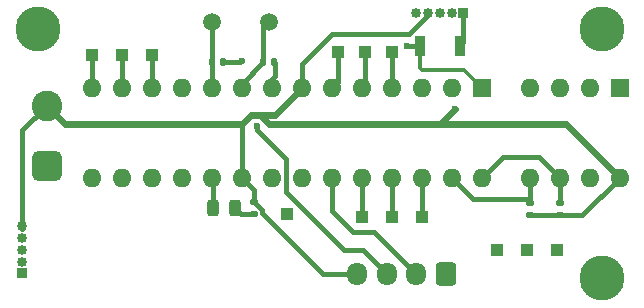
<source format=gbr>
%TF.GenerationSoftware,KiCad,Pcbnew,(6.0.8)*%
%TF.CreationDate,2023-02-17T12:02:06-05:00*%
%TF.ProjectId,Amicro_tst,416d6963-726f-45f7-9473-742e6b696361,rev?*%
%TF.SameCoordinates,Original*%
%TF.FileFunction,Copper,L1,Top*%
%TF.FilePolarity,Positive*%
%FSLAX46Y46*%
G04 Gerber Fmt 4.6, Leading zero omitted, Abs format (unit mm)*
G04 Created by KiCad (PCBNEW (6.0.8)) date 2023-02-17 12:02:06*
%MOMM*%
%LPD*%
G01*
G04 APERTURE LIST*
G04 Aperture macros list*
%AMRoundRect*
0 Rectangle with rounded corners*
0 $1 Rounding radius*
0 $2 $3 $4 $5 $6 $7 $8 $9 X,Y pos of 4 corners*
0 Add a 4 corners polygon primitive as box body*
4,1,4,$2,$3,$4,$5,$6,$7,$8,$9,$2,$3,0*
0 Add four circle primitives for the rounded corners*
1,1,$1+$1,$2,$3*
1,1,$1+$1,$4,$5*
1,1,$1+$1,$6,$7*
1,1,$1+$1,$8,$9*
0 Add four rect primitives between the rounded corners*
20,1,$1+$1,$2,$3,$4,$5,0*
20,1,$1+$1,$4,$5,$6,$7,0*
20,1,$1+$1,$6,$7,$8,$9,0*
20,1,$1+$1,$8,$9,$2,$3,0*%
G04 Aperture macros list end*
%TA.AperFunction,ComponentPad*%
%ADD10R,1.000000X1.000000*%
%TD*%
%TA.AperFunction,SMDPad,CuDef*%
%ADD11RoundRect,0.140000X-0.140000X-0.170000X0.140000X-0.170000X0.140000X0.170000X-0.140000X0.170000X0*%
%TD*%
%TA.AperFunction,ComponentPad*%
%ADD12C,3.800000*%
%TD*%
%TA.AperFunction,SMDPad,CuDef*%
%ADD13RoundRect,0.135000X-0.185000X0.135000X-0.185000X-0.135000X0.185000X-0.135000X0.185000X0.135000X0*%
%TD*%
%TA.AperFunction,ComponentPad*%
%ADD14R,1.600000X1.600000*%
%TD*%
%TA.AperFunction,ComponentPad*%
%ADD15O,1.600000X1.600000*%
%TD*%
%TA.AperFunction,ComponentPad*%
%ADD16R,0.850000X0.850000*%
%TD*%
%TA.AperFunction,ComponentPad*%
%ADD17O,0.850000X0.850000*%
%TD*%
%TA.AperFunction,ComponentPad*%
%ADD18RoundRect,0.250000X0.600000X0.725000X-0.600000X0.725000X-0.600000X-0.725000X0.600000X-0.725000X0*%
%TD*%
%TA.AperFunction,ComponentPad*%
%ADD19O,1.700000X1.950000*%
%TD*%
%TA.AperFunction,SMDPad,CuDef*%
%ADD20R,0.900000X1.700000*%
%TD*%
%TA.AperFunction,ComponentPad*%
%ADD21C,1.500000*%
%TD*%
%TA.AperFunction,ComponentPad*%
%ADD22RoundRect,0.650000X0.650000X-0.650000X0.650000X0.650000X-0.650000X0.650000X-0.650000X-0.650000X0*%
%TD*%
%TA.AperFunction,ComponentPad*%
%ADD23C,2.600000*%
%TD*%
%TA.AperFunction,SMDPad,CuDef*%
%ADD24RoundRect,0.243750X0.243750X0.456250X-0.243750X0.456250X-0.243750X-0.456250X0.243750X-0.456250X0*%
%TD*%
%TA.AperFunction,ViaPad*%
%ADD25C,0.600000*%
%TD*%
%TA.AperFunction,Conductor*%
%ADD26C,0.400000*%
%TD*%
%TA.AperFunction,Conductor*%
%ADD27C,0.600000*%
%TD*%
%TA.AperFunction,Conductor*%
%ADD28C,0.300000*%
%TD*%
G04 APERTURE END LIST*
D10*
%TO.P,TP(14),1,1*%
%TO.N,Net-(TP(14)1-Pad1)*%
X113970000Y-106096000D03*
%TD*%
D11*
%TO.P,C4,1*%
%TO.N,Net-(C4-Pad1)*%
X128476000Y-106731000D03*
%TO.P,C4,2*%
%TO.N,GND*%
X129436000Y-106731000D03*
%TD*%
D12*
%TO.P,2.2mm,1*%
%TO.N,N/C*%
X157150000Y-125019000D03*
%TD*%
D13*
%TO.P,R3,1*%
%TO.N,SDA*%
X151054000Y-118667000D03*
%TO.P,R3,2*%
%TO.N,VCC*%
X151054000Y-119687000D03*
%TD*%
D10*
%TO.P,TP(6),1,1*%
%TO.N,Net-(TP(6)1-Pad1)*%
X134798000Y-105842000D03*
%TD*%
%TO.P,TP(26),1,1*%
%TO.N,Net-(TP(26)1-Pad1)*%
X141910000Y-119812000D03*
%TD*%
D14*
%TO.P,U2,1,A0*%
%TO.N,GND*%
X158664000Y-108900000D03*
D15*
%TO.P,U2,2,A1*%
X156124000Y-108900000D03*
%TO.P,U2,3,A2*%
X153584000Y-108900000D03*
%TO.P,U2,4,GND*%
X151044000Y-108900000D03*
%TO.P,U2,5,SDA*%
%TO.N,SDA*%
X151044000Y-116520000D03*
%TO.P,U2,6,SCL*%
%TO.N,SCL*%
X153584000Y-116520000D03*
%TO.P,U2,7,WP*%
%TO.N,GND*%
X156124000Y-116520000D03*
%TO.P,U2,8,VCC*%
%TO.N,VCC*%
X158664000Y-116520000D03*
%TD*%
D11*
%TO.P,C5,1*%
%TO.N,Net-(C5-Pad1)*%
X124130000Y-106731000D03*
%TO.P,C5,2*%
%TO.N,GND*%
X125090000Y-106731000D03*
%TD*%
D12*
%TO.P,2.2mm,1*%
%TO.N,N/C*%
X157150000Y-103937000D03*
%TD*%
D16*
%TO.P,J3,1,Pin_1*%
%TO.N,Net-(J3-Pad1)*%
X108092000Y-124606000D03*
D17*
%TO.P,J3,2,Pin_2*%
%TO.N,Net-(J3-Pad2)*%
X108092000Y-123606000D03*
%TO.P,J3,3,Pin_3*%
%TO.N,Net-(J3-Pad3)*%
X108092000Y-122606000D03*
%TO.P,J3,4,Pin_4*%
%TO.N,Net-(J3-Pad4)*%
X108092000Y-121606000D03*
%TO.P,J3,5,Pin_5*%
%TO.N,VCC*%
X108092000Y-120606000D03*
%TD*%
D10*
%TO.P,TP(uc),1*%
%TO.N,N/C*%
X148260000Y-122606000D03*
%TD*%
D18*
%TO.P,J1,1,Pin_1*%
%TO.N,GND*%
X143942000Y-124638000D03*
D19*
%TO.P,J1,2,Pin_2*%
%TO.N,AN*%
X141442000Y-124638000D03*
%TO.P,J1,3,Pin_3*%
%TO.N,PW*%
X138942000Y-124638000D03*
%TO.P,J1,4,Pin_4*%
%TO.N,VCC*%
X136442000Y-124638000D03*
%TD*%
D13*
%TO.P,R1,1*%
%TO.N,VCC*%
X127686000Y-118540000D03*
%TO.P,R1,2*%
%TO.N,Net-(D1-Pad1)*%
X127686000Y-119560000D03*
%TD*%
D10*
%TO.P,TP(uc),1*%
%TO.N,N/C*%
X150800000Y-122606000D03*
%TD*%
%TO.P,TP(12),1,1*%
%TO.N,Net-(TP(12)1-Pad1)*%
X119050000Y-106096000D03*
%TD*%
%TO.P,TP(19),1,1*%
%TO.N,Net-(D1-Pad2)*%
X130480000Y-119558000D03*
%TD*%
D20*
%TO.P,SW1,1,1*%
%TO.N,RESET*%
X141734000Y-105334000D03*
%TO.P,SW1,2,2*%
%TO.N,GND*%
X145134000Y-105334000D03*
%TD*%
D10*
%TO.P,TP(4),1,1*%
%TO.N,Net-(TP(4)1-Pad1)*%
X139370000Y-105842000D03*
%TD*%
%TO.P,TP(24),1,1*%
%TO.N,Net-(TP(24)1-Pad1)*%
X136830000Y-119812000D03*
%TD*%
%TO.P,TP(25),1,1*%
%TO.N,Net-(TP(25)1-Pad1)*%
X139370000Y-119812000D03*
%TD*%
%TO.P,TP(uc),1*%
%TO.N,N/C*%
X153340000Y-122606000D03*
%TD*%
D21*
%TO.P,Y1,1,1*%
%TO.N,Net-(C5-Pad1)*%
X124130000Y-103302000D03*
%TO.P,Y1,2,2*%
%TO.N,Net-(C4-Pad1)*%
X129010000Y-103302000D03*
%TD*%
D22*
%TO.P,J4,1,Pin_1*%
%TO.N,GND*%
X110160000Y-115494000D03*
D23*
%TO.P,J4,2,Pin_2*%
%TO.N,VCC*%
X110160000Y-110414000D03*
%TD*%
D10*
%TO.P,TP(7),1,1*%
%TO.N,Net-(TP(7)1-Pad1)*%
X137084000Y-105842000D03*
%TD*%
D12*
%TO.P,2.2mm,1*%
%TO.N,N/C*%
X109398000Y-103937000D03*
%TD*%
D24*
%TO.P,D1,1,K*%
%TO.N,Net-(D1-Pad1)*%
X126083500Y-119050000D03*
%TO.P,D1,2,A*%
%TO.N,Net-(D1-Pad2)*%
X124208500Y-119050000D03*
%TD*%
D13*
%TO.P,R4,1*%
%TO.N,SCL*%
X153594000Y-118667000D03*
%TO.P,R4,2*%
%TO.N,VCC*%
X153594000Y-119687000D03*
%TD*%
D16*
%TO.P,J2,1,Pin_1*%
%TO.N,GND*%
X145434000Y-102576000D03*
D17*
%TO.P,J2,2,Pin_2*%
%TO.N,RXD*%
X144434000Y-102576000D03*
%TO.P,J2,3,Pin_3*%
%TO.N,TXD*%
X143434000Y-102576000D03*
%TO.P,J2,4,Pin_4*%
%TO.N,VCC*%
X142434000Y-102576000D03*
%TO.P,J2,5,Pin_5*%
%TO.N,RESET*%
X141434000Y-102576000D03*
%TD*%
D14*
%TO.P,U1,1,~{RESET}/PC6*%
%TO.N,RESET*%
X146990000Y-108890000D03*
D15*
%TO.P,U1,2,PD0*%
%TO.N,RXD*%
X144450000Y-108890000D03*
%TO.P,U1,3,PD1*%
%TO.N,TXD*%
X141910000Y-108890000D03*
%TO.P,U1,4,PD2*%
%TO.N,Net-(TP(4)1-Pad1)*%
X139370000Y-108890000D03*
%TO.P,U1,5,PD3*%
%TO.N,Net-(TP(7)1-Pad1)*%
X136830000Y-108890000D03*
%TO.P,U1,6,PD4*%
%TO.N,Net-(TP(6)1-Pad1)*%
X134290000Y-108890000D03*
%TO.P,U1,7,VCC*%
%TO.N,VCC*%
X131750000Y-108890000D03*
%TO.P,U1,8,GND*%
%TO.N,GND*%
X129210000Y-108890000D03*
%TO.P,U1,9,XTAL1/PB6*%
%TO.N,Net-(C4-Pad1)*%
X126670000Y-108890000D03*
%TO.P,U1,10,XTAL2/PB7*%
%TO.N,Net-(C5-Pad1)*%
X124130000Y-108890000D03*
%TO.P,U1,11,PD5*%
%TO.N,PW*%
X121590000Y-108890000D03*
%TO.P,U1,12,PD6*%
%TO.N,Net-(TP(12)1-Pad1)*%
X119050000Y-108890000D03*
%TO.P,U1,13,PD7*%
%TO.N,Net-(TP(13)1-Pad1)*%
X116510000Y-108890000D03*
%TO.P,U1,14,PB0*%
%TO.N,Net-(TP(14)1-Pad1)*%
X113970000Y-108890000D03*
%TO.P,U1,15,PB1*%
%TO.N,PWM0*%
X113970000Y-116510000D03*
%TO.P,U1,16,PB2*%
%TO.N,PWM1*%
X116510000Y-116510000D03*
%TO.P,U1,17,PB3*%
%TO.N,PWM2*%
X119050000Y-116510000D03*
%TO.P,U1,18,PB4*%
%TO.N,PWM3*%
X121590000Y-116510000D03*
%TO.P,U1,19,PB5*%
%TO.N,Net-(D1-Pad2)*%
X124130000Y-116510000D03*
%TO.P,U1,20,AVCC*%
%TO.N,VCC*%
X126670000Y-116510000D03*
%TO.P,U1,21,AREF*%
%TO.N,Net-(C1-Pad1)*%
X129210000Y-116510000D03*
%TO.P,U1,22,GND*%
%TO.N,GND*%
X131750000Y-116510000D03*
%TO.P,U1,23,PC0*%
%TO.N,AN*%
X134290000Y-116510000D03*
%TO.P,U1,24,PC1*%
%TO.N,Net-(TP(24)1-Pad1)*%
X136830000Y-116510000D03*
%TO.P,U1,25,PC2*%
%TO.N,Net-(TP(25)1-Pad1)*%
X139370000Y-116510000D03*
%TO.P,U1,26,PC3*%
%TO.N,Net-(TP(26)1-Pad1)*%
X141910000Y-116510000D03*
%TO.P,U1,27,PC4*%
%TO.N,SDA*%
X144450000Y-116510000D03*
%TO.P,U1,28,PC5*%
%TO.N,SCL*%
X146990000Y-116510000D03*
%TD*%
D10*
%TO.P,TP(13),1,1*%
%TO.N,Net-(TP(13)1-Pad1)*%
X116510000Y-106096000D03*
%TD*%
D25*
%TO.N,GND*%
X126670000Y-106604000D03*
%TO.N,VCC*%
X144704000Y-110668000D03*
X129464000Y-111938000D03*
%TO.N,RESET*%
X140640000Y-105334000D03*
%TO.N,PW*%
X127925039Y-112126500D03*
%TD*%
D26*
%TO.N,GND*%
X125090000Y-106731000D02*
X126543000Y-106731000D01*
X129464000Y-106759000D02*
X129436000Y-106731000D01*
X145434000Y-105034000D02*
X145434000Y-102576000D01*
X145134000Y-105334000D02*
X145434000Y-105034000D01*
X129464000Y-107874000D02*
X129464000Y-106759000D01*
X126543000Y-106731000D02*
X126670000Y-106604000D01*
X129210000Y-108128000D02*
X129464000Y-107874000D01*
X129210000Y-108890000D02*
X129210000Y-108128000D01*
D27*
%TO.N,VCC*%
X128448000Y-111176000D02*
X129464000Y-111176000D01*
X129464000Y-111176000D02*
X131750000Y-108890000D01*
D26*
X131750000Y-106858000D02*
X131750000Y-108890000D01*
X134290000Y-104318000D02*
X131750000Y-106858000D01*
X142434000Y-102742727D02*
X140858727Y-104318000D01*
X126670000Y-116510000D02*
X126670000Y-111938000D01*
X127742604Y-118540000D02*
X128406000Y-119203396D01*
D27*
X144704000Y-110668000D02*
X143434000Y-111938000D01*
X143434000Y-111938000D02*
X129718000Y-111938000D01*
X128448000Y-111430000D02*
X128448000Y-111176000D01*
D26*
X158664000Y-116520000D02*
X155497000Y-119687000D01*
D27*
X128956000Y-111938000D02*
X128448000Y-111430000D01*
D26*
X127686000Y-117526000D02*
X127686000Y-118540000D01*
X128406000Y-119203396D02*
X128406000Y-119516000D01*
X155497000Y-119687000D02*
X153594000Y-119687000D01*
D27*
X111684000Y-111938000D02*
X126670000Y-111938000D01*
X127432000Y-111176000D02*
X128448000Y-111176000D01*
D26*
X133528000Y-124638000D02*
X136442000Y-124638000D01*
X140858727Y-104318000D02*
X134290000Y-104318000D01*
X151054000Y-119687000D02*
X153594000Y-119687000D01*
X108092000Y-112482000D02*
X108092000Y-120860000D01*
D27*
X129718000Y-111938000D02*
X128956000Y-111938000D01*
D26*
X110160000Y-110414000D02*
X108092000Y-112482000D01*
D27*
X154082000Y-111938000D02*
X158664000Y-116520000D01*
X143434000Y-111938000D02*
X154082000Y-111938000D01*
D26*
X127686000Y-118540000D02*
X127742604Y-118540000D01*
X142434000Y-102576000D02*
X142434000Y-102742727D01*
X127686000Y-117526000D02*
X126670000Y-116510000D01*
D27*
X110160000Y-110414000D02*
X111684000Y-111938000D01*
D26*
X128406000Y-119516000D02*
X133528000Y-124638000D01*
D27*
X126670000Y-111938000D02*
X127432000Y-111176000D01*
D28*
%TO.N,RESET*%
X146990000Y-108890000D02*
X145466000Y-107366000D01*
X141734000Y-107190000D02*
X141734000Y-105334000D01*
X145466000Y-107366000D02*
X141910000Y-107366000D01*
D26*
X141734000Y-105334000D02*
X140640000Y-105334000D01*
D28*
X141910000Y-107366000D02*
X141734000Y-107190000D01*
D26*
%TO.N,Net-(C4-Pad1)*%
X128476000Y-106731000D02*
X128476000Y-103836000D01*
X126670000Y-108537000D02*
X128476000Y-106731000D01*
X128476000Y-103836000D02*
X129010000Y-103302000D01*
X126670000Y-108890000D02*
X126670000Y-108537000D01*
%TO.N,Net-(C5-Pad1)*%
X124130000Y-106731000D02*
X124130000Y-103302000D01*
X124130000Y-108890000D02*
X124130000Y-106731000D01*
%TO.N,Net-(D1-Pad1)*%
X126593500Y-119560000D02*
X126083500Y-119050000D01*
X127686000Y-119560000D02*
X126593500Y-119560000D01*
%TO.N,SDA*%
X144450000Y-116510000D02*
X146228000Y-118288000D01*
X146228000Y-118288000D02*
X151054000Y-118288000D01*
X151054000Y-118667000D02*
X151054000Y-118288000D01*
X151054000Y-116530000D02*
X151044000Y-116520000D01*
X151054000Y-118288000D02*
X151054000Y-116530000D01*
%TO.N,SCL*%
X153594000Y-118667000D02*
X153594000Y-116530000D01*
X151796000Y-114732000D02*
X148768000Y-114732000D01*
X148768000Y-114732000D02*
X146990000Y-116510000D01*
X153584000Y-116520000D02*
X151796000Y-114732000D01*
X153594000Y-116530000D02*
X153584000Y-116520000D01*
%TO.N,Net-(D1-Pad2)*%
X124208500Y-116588500D02*
X124130000Y-116510000D01*
X124208500Y-119304000D02*
X124208500Y-116588500D01*
%TO.N,PW*%
X135351000Y-122651000D02*
X136955000Y-122651000D01*
X127925039Y-112126500D02*
X127925039Y-112431039D01*
X136955000Y-122651000D02*
X138942000Y-124638000D01*
X130410000Y-117710000D02*
X135351000Y-122651000D01*
X127925039Y-112431039D02*
X130410000Y-114916000D01*
X130410000Y-114916000D02*
X130410000Y-117710000D01*
%TO.N,AN*%
X136068000Y-121082000D02*
X134290000Y-119304000D01*
X134290000Y-119304000D02*
X134290000Y-116510000D01*
X137886000Y-121082000D02*
X136068000Y-121082000D01*
X141442000Y-124638000D02*
X137886000Y-121082000D01*
%TO.N,Net-(TP(4)1-Pad1)*%
X139370000Y-105842000D02*
X139370000Y-108890000D01*
%TO.N,Net-(TP(6)1-Pad1)*%
X134798000Y-108382000D02*
X134290000Y-108890000D01*
X134798000Y-105842000D02*
X134798000Y-108382000D01*
%TO.N,Net-(TP(7)1-Pad1)*%
X137084000Y-105842000D02*
X137084000Y-108636000D01*
X137084000Y-108636000D02*
X136830000Y-108890000D01*
%TO.N,Net-(TP(24)1-Pad1)*%
X136830000Y-119812000D02*
X136830000Y-116510000D01*
%TO.N,Net-(TP(25)1-Pad1)*%
X139370000Y-119812000D02*
X139370000Y-116510000D01*
%TO.N,Net-(TP(26)1-Pad1)*%
X141910000Y-119812000D02*
X141910000Y-116510000D01*
%TO.N,Net-(TP(12)1-Pad1)*%
X119050000Y-106096000D02*
X119050000Y-108890000D01*
%TO.N,Net-(TP(13)1-Pad1)*%
X116510000Y-106096000D02*
X116510000Y-108890000D01*
%TO.N,Net-(TP(14)1-Pad1)*%
X113970000Y-106096000D02*
X113970000Y-108890000D01*
%TD*%
M02*

</source>
